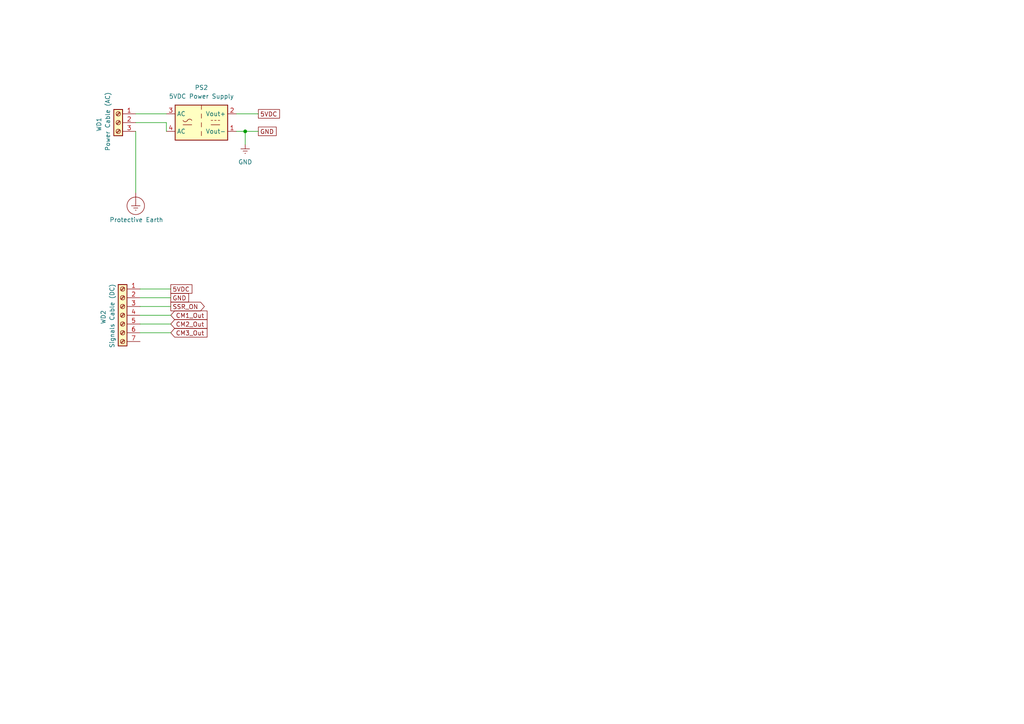
<source format=kicad_sch>
(kicad_sch (version 20250114) (generator "eeschema") (generator_version "9.0")
  (paper "A4")
  (lib_symbols
    (symbol "Connector:Screw_Terminal_01x03" (pin_names (offset 1.016) (hide yes))
      (property "Reference" "J" (at 0 5.08 0))
      (property "Value" "Screw_Terminal_01x03" (at 0 -5.08 0))
      (symbol "Screw_Terminal_01x03_1_1"
        (rectangle (start -1.27 3.81) (end 1.27 -3.81) (stroke (width 0.254)) (fill (type background)))
        (polyline (pts (xy -0.5334 2.8702) (xy 0.3302 2.032)) (stroke (width 0.1524)))
        (polyline (pts (xy -0.5334 0.3302) (xy 0.3302 -0.508)) (stroke (width 0.1524)))
        (polyline (pts (xy -0.5334 -2.2098) (xy 0.3302 -3.048)) (stroke (width 0.1524)))
        (polyline (pts (xy -0.3556 3.048) (xy 0.508 2.2098)) (stroke (width 0.1524)))
        (polyline (pts (xy -0.3556 0.508) (xy 0.508 -0.3302)) (stroke (width 0.1524)))
        (polyline (pts (xy -0.3556 -2.032) (xy 0.508 -2.8702)) (stroke (width 0.1524)))
        (circle (center 0 2.54) (radius 0.635) (stroke (width 0.1524)))
        (circle (center 0 0) (radius 0.635) (stroke (width 0.1524)))
        (circle (center 0 -2.54) (radius 0.635) (stroke (width 0.1524)))
        (pin passive line (at -5.08 2.54 0) (length 3.81) (name "Pin_1") (number "1"))
        (pin passive line (at -5.08 0 0) (length 3.81) (name "Pin_2") (number "2"))
        (pin passive line (at -5.08 -2.54 0) (length 3.81) (name "Pin_3") (number "3"))
      )
    )
    (symbol "Connector:Screw_Terminal_01x07" (pin_names (offset 1.016) (hide yes))
      (property "Reference" "J" (at 0 10.16 0))
      (property "Value" "Screw_Terminal_01x07" (at 0 -10.16 0))
      (symbol "Screw_Terminal_01x07_1_1"
        (rectangle (start -1.27 8.89) (end 1.27 -8.89) (stroke (width 0.254)) (fill (type background)))
        (polyline (pts (xy -0.5334 7.9502) (xy 0.3302 7.112)) (stroke (width 0.1524)))
        (polyline (pts (xy -0.5334 5.4102) (xy 0.3302 4.572)) (stroke (width 0.1524)))
        (polyline (pts (xy -0.5334 2.8702) (xy 0.3302 2.032)) (stroke (width 0.1524)))
        (polyline (pts (xy -0.5334 0.3302) (xy 0.3302 -0.508)) (stroke (width 0.1524)))
        (polyline (pts (xy -0.5334 -2.2098) (xy 0.3302 -3.048)) (stroke (width 0.1524)))
        (polyline (pts (xy -0.5334 -4.7498) (xy 0.3302 -5.588)) (stroke (width 0.1524)))
        (polyline (pts (xy -0.5334 -7.2898) (xy 0.3302 -8.128)) (stroke (width 0.1524)))
        (polyline (pts (xy -0.3556 8.128) (xy 0.508 7.2898)) (stroke (width 0.1524)))
        (polyline (pts (xy -0.3556 5.588) (xy 0.508 4.7498)) (stroke (width 0.1524)))
        (polyline (pts (xy -0.3556 3.048) (xy 0.508 2.2098)) (stroke (width 0.1524)))
        (polyline (pts (xy -0.3556 0.508) (xy 0.508 -0.3302)) (stroke (width 0.1524)))
        (polyline (pts (xy -0.3556 -2.032) (xy 0.508 -2.8702)) (stroke (width 0.1524)))
        (polyline (pts (xy -0.3556 -4.572) (xy 0.508 -5.4102)) (stroke (width 0.1524)))
        (polyline (pts (xy -0.3556 -7.112) (xy 0.508 -7.9502)) (stroke (width 0.1524)))
        (circle (center 0 7.62) (radius 0.635) (stroke (width 0.1524)))
        (circle (center 0 5.08) (radius 0.635) (stroke (width 0.1524)))
        (circle (center 0 2.54) (radius 0.635) (stroke (width 0.1524)))
        (circle (center 0 0) (radius 0.635) (stroke (width 0.1524)))
        (circle (center 0 -2.54) (radius 0.635) (stroke (width 0.1524)))
        (circle (center 0 -5.08) (radius 0.635) (stroke (width 0.1524)))
        (circle (center 0 -7.62) (radius 0.635) (stroke (width 0.1524)))
        (pin passive line (at -5.08 7.62 0) (length 3.81) (name "Pin_1") (number "1"))
        (pin passive line (at -5.08 5.08 0) (length 3.81) (name "Pin_2") (number "2"))
        (pin passive line (at -5.08 2.54 0) (length 3.81) (name "Pin_3") (number "3"))
        (pin passive line (at -5.08 0 0) (length 3.81) (name "Pin_4") (number "4"))
        (pin passive line (at -5.08 -2.54 0) (length 3.81) (name "Pin_5") (number "5"))
        (pin passive line (at -5.08 -5.08 0) (length 3.81) (name "Pin_6") (number "6"))
        (pin passive line (at -5.08 -7.62 0) (length 3.81) (name "Pin_7") (number "7"))
      )
    )
    (symbol "Converter_ACDC:TMLM05115"
      (property "Reference" "PS" (at 0 6.35 0))
      (property "Value" "TMLM05115" (at 0 -6.35 0))
      (symbol "TMLM05115_0_1"
        (rectangle (start -7.62 5.08) (end 7.62 -5.08) (stroke (width 0.254)) (fill (type background)))
        (polyline (pts (xy -5.334 -0.635) (xy -2.794 -0.635)))
        (arc (start -4.064 0.635) (mid -4.699 0.2495) (end -5.334 0.635))
        (arc (start -4.064 0.635) (mid -3.429 1.0072) (end -2.794 0.635))
        (polyline (pts (xy 0 5.08) (xy 0 3.81)))
        (polyline (pts (xy 0 2.54) (xy 0 1.27)))
        (polyline (pts (xy 0 0) (xy 0 -1.27)))
        (polyline (pts (xy 0 -2.54) (xy 0 -3.81)))
        (polyline (pts (xy 2.794 0.635) (xy 3.302 0.635)))
        (polyline (pts (xy 2.794 -0.635) (xy 5.334 -0.635)))
        (polyline (pts (xy 3.81 0.635) (xy 4.318 0.635)))
        (polyline (pts (xy 4.826 0.635) (xy 5.334 0.635)))
      )
      (symbol "TMLM05115_1_1"
        (pin power_in line (at -10.16 2.54 0) (length 2.54) (name "AC") (number "3"))
        (pin power_in line (at -10.16 -2.54 0) (length 2.54) (name "AC") (number "4"))
        (pin power_out line (at 10.16 2.54 180) (length 2.54) (name "Vout+") (number "2"))
        (pin power_out line (at 10.16 -2.54 180) (length 2.54) (name "Vout-") (number "1"))
      )
    )
    (symbol "power:Earth" (power) (pin_numbers (hide yes)) (pin_names (offset 0) (hide yes))
      (property "Value" "Earth" (at 0 -3.81 0))
      (symbol "Earth_0_1"
        (polyline (pts (xy -0.635 -1.905) (xy 0.635 -1.905)))
        (polyline (pts (xy -0.127 -2.54) (xy 0.127 -2.54)))
        (polyline (pts (xy 0 -1.27) (xy 0 0)))
        (polyline (pts (xy 1.27 -1.27) (xy -1.27 -1.27)))
      )
      (symbol "Earth_1_1"
        (pin power_in line (at 0 0 270) (length 0) (name "~") (number "1"))
      )
    )
    (symbol "power:Earth_Protective" (power) (pin_numbers (hide yes)) (pin_names (offset 0) (hide yes))
      (property "Value" "Earth_Protective" (at 0 -7.62 0))
      (symbol "Earth_Protective_0_1"
        (polyline (pts (xy -0.635 -4.445) (xy 0.635 -4.445)))
        (polyline (pts (xy -0.127 -5.08) (xy 0.127 -5.08)))
        (polyline (pts (xy 0 -3.81) (xy 0 0)))
        (circle (center 0 -3.81) (radius 2.54))
        (polyline (pts (xy 1.27 -3.81) (xy -1.27 -3.81)))
      )
      (symbol "Earth_Protective_1_1"
        (pin power_in line (at 0 0 270) (length 0) (name "~") (number "1"))
      )
    )
  )
  (junction (at 71.12 38.1))
  (wire (pts (xy 49.53 86.36) (xy 40.64 86.36)))
  (wire (pts (xy 39.37 35.56) (xy 48.26 35.56)))
  (wire (pts (xy 74.93 38.1) (xy 71.12 38.1)))
  (wire (pts (xy 68.58 33.02) (xy 74.93 33.02)))
  (wire (pts (xy 48.26 35.56) (xy 48.26 38.1)))
  (wire (pts (xy 49.53 96.52) (xy 40.64 96.52)))
  (wire (pts (xy 68.58 38.1) (xy 71.12 38.1)))
  (wire (pts (xy 49.53 88.9) (xy 40.64 88.9)))
  (wire (pts (xy 39.37 33.02) (xy 48.26 33.02)))
  (wire (pts (xy 49.53 93.98) (xy 40.64 93.98)))
  (wire (pts (xy 39.37 38.1) (xy 39.37 55.88)))
  (wire (pts (xy 49.53 91.44) (xy 40.64 91.44)))
  (wire (pts (xy 71.12 41.91) (xy 71.12 38.1)))
  (wire (pts (xy 49.53 83.82) (xy 40.64 83.82)))
  (global_label "CM3_Out" (shape input) (at 49.53 96.52 0) (property "Intersheetrefs" "${INTERSHEET_REFS}" (at 60.6189 96.52 0) (effects (justify left))))
  (global_label "CM1_Out" (shape input) (at 49.53 91.44 0) (property "Intersheetrefs" "${INTERSHEET_REFS}" (at 60.6189 91.44 0) (effects (justify left))))
  (global_label "GND" (shape passive) (at 49.53 86.36 0) (property "Intersheetrefs" "${INTERSHEET_REFS}" (at 55.2744 86.36 0) (effects (justify left))))
  (global_label "CM2_Out" (shape input) (at 49.53 93.98 0) (property "Intersheetrefs" "${INTERSHEET_REFS}" (at 60.6189 93.98 0) (effects (justify left))))
  (global_label "5VDC" (shape passive) (at 74.93 33.02 0) (property "Intersheetrefs" "${INTERSHEET_REFS}" (at 81.642 33.02 0) (effects (justify left))))
  (global_label "SSR_ON" (shape output) (at 49.53 88.9 0) (property "Intersheetrefs" "${INTERSHEET_REFS}" (at 59.8328 88.9 0) (effects (justify left))))
  (global_label "5VDC" (shape passive) (at 49.53 83.82 0) (property "Intersheetrefs" "${INTERSHEET_REFS}" (at 56.242 83.82 0) (effects (justify left))))
  (global_label "GND" (shape passive) (at 74.93 38.1 0) (property "Intersheetrefs" "${INTERSHEET_REFS}" (at 80.6744 38.1 0) (effects (justify left))))
  (symbol (lib_id "power:Earth_Protective") (at 39.37 55.88 0) (unit 1)
    (property "Reference" "#PWR02" (effects (hide yes)))
    (property "Value" "Protective Earth" (at 31.75 63.754 0) (effects (justify left)))
    (property "Description" "Power symbol creates a global label with name \"Earth_Protective\"" (effects (hide yes)))
  )
  (symbol (lib_id "Connector:Screw_Terminal_01x07") (at 35.56 91.44 0) (mirror y) (unit 1)
    (property "Reference" "WD2" (at 29.972 89.916 90) (effects (justify right)))
    (property "Value" "Signals Cable (DC)" (at 32.512 82.296 90) (effects (justify right)))
    (property "Description" "Generic screw terminal, single row, 01x07, script generated (kicad-library-utils/schlib/autogen/connector/)" (effects (hide yes)))
  )
  (symbol (lib_id "Converter_ACDC:TMLM05115") (at 58.42 35.56 0) (unit 1)
    (property "Reference" "PS2" (at 58.42 25.4 0))
    (property "Value" "5VDC Power Supply" (at 58.42 27.94 0))
    (property "Footprint" "Converter_ACDC:Converter_ACDC_TRACO_TMLM-05_THT" (effects (hide yes)))
    (property "Datasheet" "https://www.tracopower.com/products/tmlm.pdf" (effects (hide yes)))
    (property "Description" "15V 333mA AC/DC low noise power module" (effects (hide yes)))
  )
  (symbol (lib_id "Connector:Screw_Terminal_01x03") (at 34.29 35.56 0) (mirror y) (unit 1)
    (property "Reference" "WD1" (at 28.702 34.036 90) (effects (justify right)))
    (property "Value" "Power Cable (AC)" (at 31.242 26.67 90) (effects (justify right)))
    (property "Description" "Generic screw terminal, single row, 01x03, script generated (kicad-library-utils/schlib/autogen/connector/)" (effects (hide yes)))
  )
  (symbol (lib_id "power:Earth") (at 71.12 41.91 0) (unit 1)
    (property "Reference" "#PWR06" (effects (hide yes)))
    (property "Value" "GND" (at 71.12 46.99 0))
    (property "Description" "Power symbol creates a global label with name \"Earth\"" (effects (hide yes)))
  )
)
</source>
